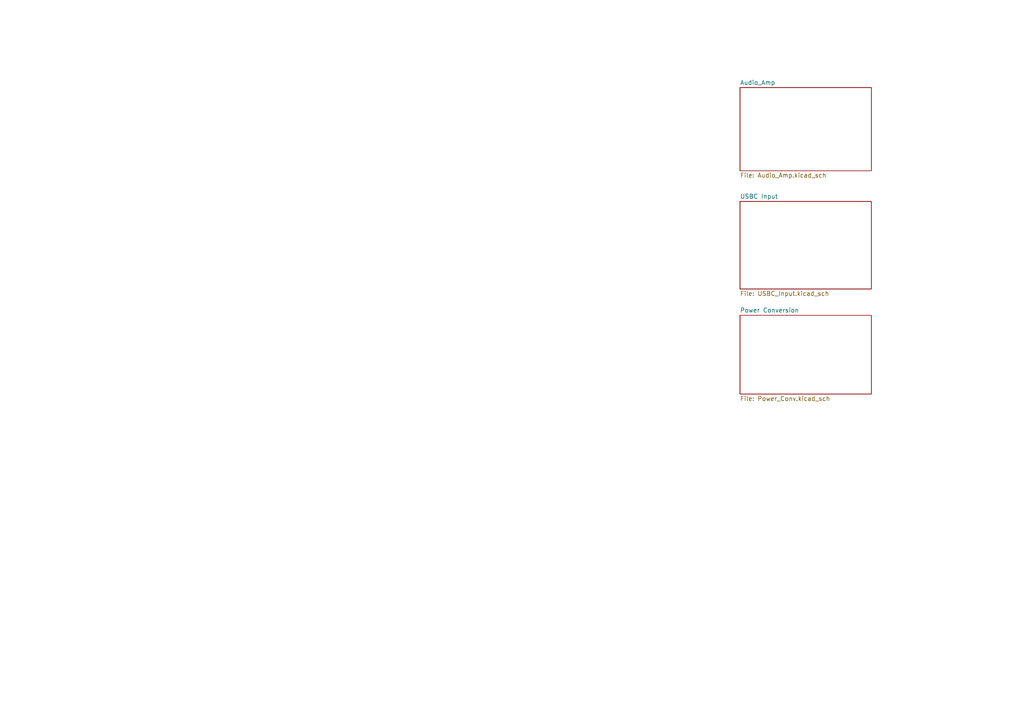
<source format=kicad_sch>
(kicad_sch
	(version 20250114)
	(generator "eeschema")
	(generator_version "9.0")
	(uuid "5b0b836f-ffde-4142-b0de-9290e6b13bba")
	(paper "A4")
	(lib_symbols)
	(sheet
		(at 214.63 58.42)
		(size 38.1 25.4)
		(exclude_from_sim no)
		(in_bom yes)
		(on_board yes)
		(dnp no)
		(fields_autoplaced yes)
		(stroke
			(width 0.1524)
			(type solid)
		)
		(fill
			(color 0 0 0 0.0000)
		)
		(uuid "0402d827-fa5d-4dbe-86bc-56fda034c637")
		(property "Sheetname" "USBC Input"
			(at 214.63 57.7084 0)
			(effects
				(font
					(size 1.27 1.27)
				)
				(justify left bottom)
			)
		)
		(property "Sheetfile" "USBC_Input.kicad_sch"
			(at 214.63 84.4046 0)
			(effects
				(font
					(size 1.27 1.27)
				)
				(justify left top)
			)
		)
		(instances
			(project "Headphone_Amp_2"
				(path "/5b0b836f-ffde-4142-b0de-9290e6b13bba"
					(page "3")
				)
			)
		)
	)
	(sheet
		(at 214.63 25.4)
		(size 38.1 24.13)
		(exclude_from_sim no)
		(in_bom yes)
		(on_board yes)
		(dnp no)
		(fields_autoplaced yes)
		(stroke
			(width 0.1524)
			(type solid)
		)
		(fill
			(color 0 0 0 0.0000)
		)
		(uuid "20551182-c41f-40e0-9176-0c17833b8f1f")
		(property "Sheetname" "Audio_Amp"
			(at 214.63 24.6884 0)
			(effects
				(font
					(size 1.27 1.27)
				)
				(justify left bottom)
			)
		)
		(property "Sheetfile" "Audio_Amp.kicad_sch"
			(at 214.63 50.1146 0)
			(effects
				(font
					(size 1.27 1.27)
				)
				(justify left top)
			)
		)
		(instances
			(project "Headphone_Amp_2"
				(path "/5b0b836f-ffde-4142-b0de-9290e6b13bba"
					(page "2")
				)
			)
		)
	)
	(sheet
		(at 214.63 91.44)
		(size 38.1 22.86)
		(exclude_from_sim no)
		(in_bom yes)
		(on_board yes)
		(dnp no)
		(fields_autoplaced yes)
		(stroke
			(width 0.1524)
			(type solid)
		)
		(fill
			(color 0 0 0 0.0000)
		)
		(uuid "5d0f1249-c28f-415a-9a41-6fc8226781d2")
		(property "Sheetname" "Power Conversion"
			(at 214.63 90.7284 0)
			(effects
				(font
					(size 1.27 1.27)
				)
				(justify left bottom)
			)
		)
		(property "Sheetfile" "Power_Conv.kicad_sch"
			(at 214.63 114.8846 0)
			(effects
				(font
					(size 1.27 1.27)
				)
				(justify left top)
			)
		)
		(instances
			(project "Headphone_Amp_2"
				(path "/5b0b836f-ffde-4142-b0de-9290e6b13bba"
					(page "4")
				)
			)
		)
	)
	(sheet_instances
		(path "/"
			(page "1")
		)
	)
	(embedded_fonts no)
)

</source>
